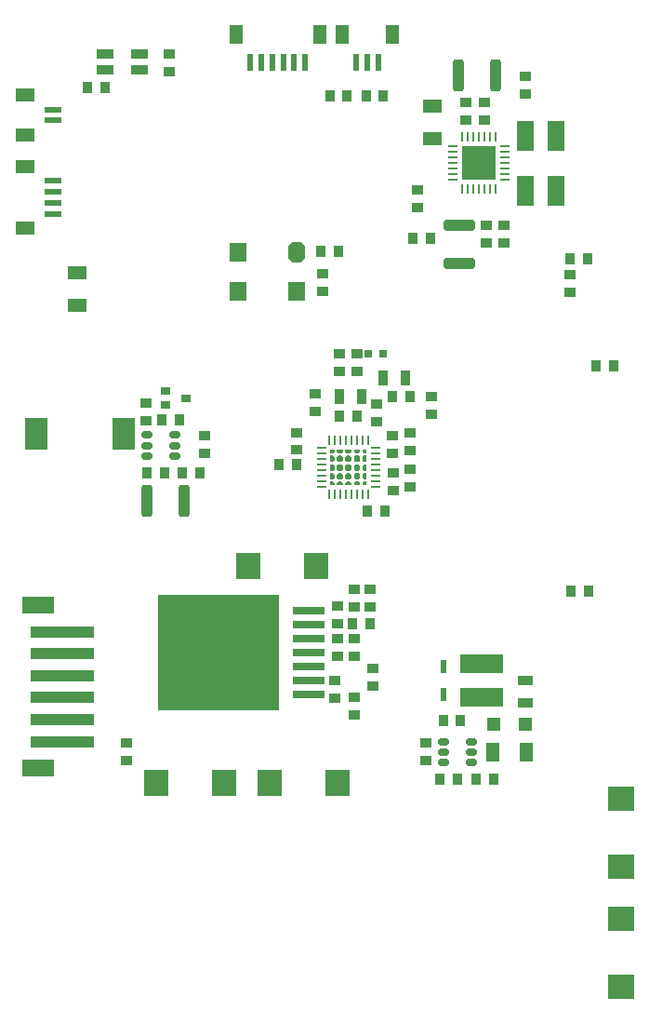
<source format=gbr>
%TF.GenerationSoftware,Altium Limited,Altium Designer,20.1.12 (249)*%
G04 Layer_Color=8421504*
%FSLAX45Y45*%
%MOMM*%
%TF.SameCoordinates,0418086A-757F-42B6-A3B9-695331E80F4B*%
%TF.FilePolarity,Positive*%
%TF.FileFunction,Paste,Top*%
%TF.Part,Single*%
G01*
G75*
%TA.AperFunction,ConnectorPad*%
%ADD10R,0.60000X1.55000*%
%ADD11R,1.20000X1.80000*%
%TA.AperFunction,SMDPad,CuDef*%
%ADD12R,1.00000X0.95000*%
%ADD13R,0.95000X1.00000*%
%ADD14R,1.55000X0.60000*%
%ADD15R,1.80000X1.20000*%
%ADD16R,1.80000X1.15000*%
%ADD17R,2.30000X2.45000*%
%ADD18R,4.00000X1.80000*%
%ADD19R,1.15000X1.80000*%
G04:AMPARAMS|DCode=20|XSize=1mm|YSize=0.6mm|CornerRadius=0.15mm|HoleSize=0mm|Usage=FLASHONLY|Rotation=0.000|XOffset=0mm|YOffset=0mm|HoleType=Round|Shape=RoundedRectangle|*
%AMROUNDEDRECTD20*
21,1,1.00000,0.30000,0,0,0.0*
21,1,0.70000,0.60000,0,0,0.0*
1,1,0.30000,0.35000,-0.15000*
1,1,0.30000,-0.35000,-0.15000*
1,1,0.30000,-0.35000,0.15000*
1,1,0.30000,0.35000,0.15000*
%
%ADD20ROUNDEDRECTD20*%
%ADD21R,1.40000X0.95000*%
%ADD22R,2.45000X2.30000*%
%ADD23R,1.60000X2.70000*%
%ADD24R,0.81280X0.25400*%
%ADD25R,0.25400X0.81280*%
%ADD26R,0.95000X1.40000*%
%ADD27R,0.65000X0.70000*%
%TA.AperFunction,ConnectorPad*%
%ADD28R,3.00000X1.60000*%
%ADD29R,5.80000X1.00000*%
%TA.AperFunction,SMDPad,CuDef*%
G04:AMPARAMS|DCode=30|XSize=1mm|YSize=2.9mm|CornerRadius=0.25mm|HoleSize=0mm|Usage=FLASHONLY|Rotation=180.000|XOffset=0mm|YOffset=0mm|HoleType=Round|Shape=RoundedRectangle|*
%AMROUNDEDRECTD30*
21,1,1.00000,2.40000,0,0,180.0*
21,1,0.50000,2.90000,0,0,180.0*
1,1,0.50000,-0.25000,1.20000*
1,1,0.50000,0.25000,1.20000*
1,1,0.50000,0.25000,-1.20000*
1,1,0.50000,-0.25000,-1.20000*
%
%ADD30ROUNDEDRECTD30*%
%ADD31R,0.90000X0.70000*%
%ADD32R,2.00000X3.00000*%
%ADD33R,0.25000X0.95000*%
%ADD34R,1.60000X1.80000*%
%ADD35R,0.60000X1.30000*%
G04:AMPARAMS|DCode=36|XSize=1.6mm|YSize=1.8mm|CornerRadius=0mm|HoleSize=0mm|Usage=FLASHONLY|Rotation=180.000|XOffset=0mm|YOffset=0mm|HoleType=Round|Shape=Octagon|*
%AMOCTAGOND36*
4,1,8,0.40000,-0.90000,-0.40000,-0.90000,-0.80000,-0.50000,-0.80000,0.50000,-0.40000,0.90000,0.40000,0.90000,0.80000,0.50000,0.80000,-0.50000,0.40000,-0.90000,0.0*
%
%ADD36OCTAGOND36*%

%ADD38R,0.95000X0.25000*%
%ADD39R,3.15000X3.15000*%
G04:AMPARAMS|DCode=40|XSize=1mm|YSize=2.9mm|CornerRadius=0.25mm|HoleSize=0mm|Usage=FLASHONLY|Rotation=90.000|XOffset=0mm|YOffset=0mm|HoleType=Round|Shape=RoundedRectangle|*
%AMROUNDEDRECTD40*
21,1,1.00000,2.40000,0,0,90.0*
21,1,0.50000,2.90000,0,0,90.0*
1,1,0.50000,1.20000,0.25000*
1,1,0.50000,1.20000,-0.25000*
1,1,0.50000,-1.20000,-0.25000*
1,1,0.50000,-1.20000,0.25000*
%
%ADD40ROUNDEDRECTD40*%
%ADD41R,1.20000X1.20000*%
%ADD42R,11.12520X10.51560*%
%ADD43R,2.97180X0.78740*%
%ADD44R,1.50000X0.90000*%
%TA.AperFunction,SMDPad,SMDef*%
%ADD93R,0.02540X0.02540*%
G36*
X3382797Y6067810D02*
X3362362D01*
X3348220Y6081952D01*
Y6102387D01*
X3382797D01*
Y6067810D01*
D02*
G37*
G36*
X3328220Y6081952D02*
X3314078Y6067810D01*
X3283622D01*
X3269480Y6081952D01*
Y6102387D01*
X3328220D01*
Y6081952D01*
D02*
G37*
G36*
X3249480D02*
X3235338Y6067810D01*
X3204882D01*
X3190740Y6081952D01*
Y6102387D01*
X3249480D01*
Y6081952D01*
D02*
G37*
G36*
X3170740D02*
X3156598Y6067810D01*
X3126142D01*
X3112000Y6081952D01*
Y6102387D01*
X3170740D01*
Y6081952D01*
D02*
G37*
G36*
X3092000D02*
X3077858Y6067810D01*
X3057423D01*
Y6102387D01*
X3092000D01*
Y6081952D01*
D02*
G37*
G36*
X3382797Y5989070D02*
X3362362D01*
X3348220Y6003212D01*
Y6033668D01*
X3362362Y6047810D01*
X3382797D01*
Y5989070D01*
D02*
G37*
G36*
X3328220Y6033668D02*
Y6003212D01*
X3314078Y5989070D01*
X3283622D01*
X3269480Y6003212D01*
Y6033668D01*
X3283622Y6047810D01*
X3314078D01*
X3328220Y6033668D01*
D02*
G37*
G36*
X3249480D02*
Y6003212D01*
X3235338Y5989070D01*
X3204882D01*
X3190740Y6003212D01*
Y6033668D01*
X3204882Y6047810D01*
X3235338D01*
X3249480Y6033668D01*
D02*
G37*
G36*
X3170740D02*
Y6003212D01*
X3156598Y5989070D01*
X3126142D01*
X3112000Y6003212D01*
Y6033668D01*
X3126142Y6047810D01*
X3156598D01*
X3170740Y6033668D01*
D02*
G37*
G36*
X3092000D02*
Y6003212D01*
X3077858Y5989070D01*
X3057423D01*
Y6047810D01*
X3077858D01*
X3092000Y6033668D01*
D02*
G37*
G36*
X3382797Y5910330D02*
X3362362D01*
X3348220Y5924472D01*
Y5954928D01*
X3362362Y5969070D01*
X3382797D01*
Y5910330D01*
D02*
G37*
G36*
X3328220Y5954928D02*
Y5924472D01*
X3314078Y5910330D01*
X3283622D01*
X3269480Y5924472D01*
Y5954928D01*
X3283622Y5969070D01*
X3314078D01*
X3328220Y5954928D01*
D02*
G37*
G36*
X3249480D02*
Y5924472D01*
X3235338Y5910330D01*
X3204882D01*
X3190740Y5924472D01*
Y5954928D01*
X3204882Y5969070D01*
X3235338D01*
X3249480Y5954928D01*
D02*
G37*
G36*
X3170740D02*
Y5924472D01*
X3156598Y5910330D01*
X3126142D01*
X3112000Y5924472D01*
Y5954928D01*
X3126142Y5969070D01*
X3156598D01*
X3170740Y5954928D01*
D02*
G37*
G36*
X3092000D02*
Y5924472D01*
X3077858Y5910330D01*
X3057423D01*
Y5969070D01*
X3077858D01*
X3092000Y5954928D01*
D02*
G37*
G36*
X3382797Y5831590D02*
X3362362D01*
X3348220Y5845732D01*
Y5876188D01*
X3362362Y5890330D01*
X3382797D01*
Y5831590D01*
D02*
G37*
G36*
X3328220Y5876188D02*
Y5845732D01*
X3314078Y5831590D01*
X3283622D01*
X3269480Y5845732D01*
Y5876188D01*
X3283622Y5890330D01*
X3314078D01*
X3328220Y5876188D01*
D02*
G37*
G36*
X3249480D02*
Y5845732D01*
X3235338Y5831590D01*
X3204882D01*
X3190740Y5845732D01*
Y5876188D01*
X3204882Y5890330D01*
X3235338D01*
X3249480Y5876188D01*
D02*
G37*
G36*
X3170740D02*
Y5845732D01*
X3156598Y5831590D01*
X3126142D01*
X3112000Y5845732D01*
Y5876188D01*
X3126142Y5890330D01*
X3156598D01*
X3170740Y5876188D01*
D02*
G37*
G36*
X3092000D02*
Y5845732D01*
X3077858Y5831590D01*
X3057423D01*
Y5890330D01*
X3077858D01*
X3092000Y5876188D01*
D02*
G37*
G36*
X3382797Y5777013D02*
X3348220D01*
Y5797448D01*
X3362362Y5811590D01*
X3382797D01*
Y5777013D01*
D02*
G37*
G36*
X3328220Y5797448D02*
Y5777013D01*
X3269480D01*
Y5797448D01*
X3283622Y5811590D01*
X3314078D01*
X3328220Y5797448D01*
D02*
G37*
G36*
X3249480D02*
Y5777013D01*
X3190740D01*
Y5797448D01*
X3204882Y5811590D01*
X3235338D01*
X3249480Y5797448D01*
D02*
G37*
G36*
X3170740D02*
Y5777013D01*
X3112000D01*
Y5797448D01*
X3126142Y5811590D01*
X3156598D01*
X3170740Y5797448D01*
D02*
G37*
G36*
X3092000D02*
Y5777013D01*
X3057423D01*
Y5811590D01*
X3077858D01*
X3092000Y5797448D01*
D02*
G37*
D10*
X3292099Y9625000D02*
D03*
X3492099D02*
D03*
X3392099D02*
D03*
X2827503D02*
D03*
X2727503D02*
D03*
X2627498D02*
D03*
X2527498D02*
D03*
X2427498D02*
D03*
X2327499D02*
D03*
D11*
X3622101Y9877501D02*
D03*
X3162102D02*
D03*
X2957500D02*
D03*
X2197501D02*
D03*
D12*
X1587500Y9700001D02*
D03*
Y9540001D02*
D03*
X3972499Y6580002D02*
D03*
Y6420002D02*
D03*
X2982498Y7697500D02*
D03*
Y7537501D02*
D03*
X3442828Y3952900D02*
D03*
Y4112900D02*
D03*
X3097530Y4003299D02*
D03*
Y3843299D02*
D03*
X3270331Y3685398D02*
D03*
Y3845403D02*
D03*
X3922502Y3270001D02*
D03*
Y3430001D02*
D03*
X4827504Y9337502D02*
D03*
Y9497502D02*
D03*
X5240000Y7529998D02*
D03*
Y7689997D02*
D03*
X3625108Y5732201D02*
D03*
X3620110Y6227201D02*
D03*
X3480110Y6352200D02*
D03*
X3782609Y5759699D02*
D03*
X3785108Y6249700D02*
D03*
X1912498Y6225002D02*
D03*
Y6065002D02*
D03*
X1374999Y6525001D02*
D03*
Y6365001D02*
D03*
X1202497Y3275005D02*
D03*
Y3435005D02*
D03*
X3850000Y8459998D02*
D03*
X3295112Y6972198D02*
D03*
X3135112D02*
D03*
X2747503Y6097499D02*
D03*
Y6257503D02*
D03*
X2919999Y6452499D02*
D03*
Y6612499D02*
D03*
X3625108Y5892201D02*
D03*
X3782609Y5919699D02*
D03*
X3785108Y6089701D02*
D03*
X3620110Y6067201D02*
D03*
X3480110Y6512199D02*
D03*
X3295112Y6812199D02*
D03*
X3135112D02*
D03*
X4480001Y7979999D02*
D03*
Y8139999D02*
D03*
X4635002Y7979999D02*
D03*
Y8139999D02*
D03*
X4287500Y9257502D02*
D03*
Y9097498D02*
D03*
X3850000Y8299999D02*
D03*
X4457502Y9257502D02*
D03*
Y9097498D02*
D03*
X3415030Y4668799D02*
D03*
Y4828799D02*
D03*
X3275330Y4668799D02*
D03*
Y4828799D02*
D03*
X3122930Y4676399D02*
D03*
Y4516399D02*
D03*
Y4224299D02*
D03*
Y4384299D02*
D03*
X3275330Y4224299D02*
D03*
Y4384299D02*
D03*
D13*
X1005002Y9392498D02*
D03*
X845002D02*
D03*
X3777498Y6580002D02*
D03*
X3617498D02*
D03*
X3965001Y8020004D02*
D03*
X3805001D02*
D03*
X3418830Y4520199D02*
D03*
X3258830D02*
D03*
X4242501Y3634999D02*
D03*
X4082501D02*
D03*
X4212499Y3099999D02*
D03*
X4052499D02*
D03*
X4542500D02*
D03*
X4382501D02*
D03*
X5477500Y6865000D02*
D03*
X5637500D02*
D03*
X3379998Y9319997D02*
D03*
X3210001D02*
D03*
X3550112Y5542199D02*
D03*
X5245313Y4817400D02*
D03*
X1520002Y6370000D02*
D03*
X1680002D02*
D03*
X1382502Y5887898D02*
D03*
X1542501D02*
D03*
X1865000D02*
D03*
X1705000D02*
D03*
X3050002Y9319997D02*
D03*
X3539998D02*
D03*
X3132496Y7902504D02*
D03*
X2747503Y5962498D02*
D03*
X2587498D02*
D03*
X5240000Y7840000D02*
D03*
X5399999D02*
D03*
X5405313Y4817400D02*
D03*
X3297611Y6409700D02*
D03*
X3137611D02*
D03*
X3390108Y5542199D02*
D03*
X2972496Y7902504D02*
D03*
D14*
X531251Y9194998D02*
D03*
Y9094998D02*
D03*
Y8545002D02*
D03*
Y8245003D02*
D03*
Y8445002D02*
D03*
Y8345002D02*
D03*
D15*
X278750Y8965001D02*
D03*
Y9325000D02*
D03*
Y8674999D02*
D03*
Y8115000D02*
D03*
D16*
X752500Y7412502D02*
D03*
Y7712502D02*
D03*
X3987500Y8927501D02*
D03*
Y9227500D02*
D03*
D17*
X2092498Y3070001D02*
D03*
X1472499D02*
D03*
X2924932Y5040899D02*
D03*
X2304928D02*
D03*
X3119999Y3070001D02*
D03*
X2500000D02*
D03*
D18*
X4437502Y3845001D02*
D03*
Y4154998D02*
D03*
D19*
X4837501Y3350001D02*
D03*
X4537502D02*
D03*
D20*
X4342501Y3255000D02*
D03*
Y3350001D02*
D03*
Y3445002D02*
D03*
X4082501Y3255000D02*
D03*
Y3350001D02*
D03*
Y3445002D02*
D03*
X1642501Y6042899D02*
D03*
Y6137900D02*
D03*
Y6232901D02*
D03*
X1382502Y6042899D02*
D03*
Y6137900D02*
D03*
Y6232901D02*
D03*
D21*
X4827499Y3800003D02*
D03*
Y4000002D02*
D03*
D22*
X5699999Y2926202D02*
D03*
Y2306198D02*
D03*
Y1834002D02*
D03*
Y1213998D02*
D03*
D23*
X4829998Y8957498D02*
D03*
X5110002D02*
D03*
X4829998Y8457499D02*
D03*
X5110002D02*
D03*
D24*
X3465220Y5863499D02*
D03*
X2975000Y5965099D02*
D03*
X3465220Y6066699D02*
D03*
Y6015899D02*
D03*
X2975000Y6117499D02*
D03*
Y6066699D02*
D03*
Y6015899D02*
D03*
Y5914299D02*
D03*
Y5863499D02*
D03*
Y5812699D02*
D03*
Y5761899D02*
D03*
X3465220D02*
D03*
Y5812699D02*
D03*
Y5914299D02*
D03*
Y5965099D02*
D03*
Y6117499D02*
D03*
D25*
X3397910Y6184809D02*
D03*
X3347110D02*
D03*
X3296310D02*
D03*
X3245510D02*
D03*
X3194710D02*
D03*
X3143910D02*
D03*
X3093110D02*
D03*
X3042310D02*
D03*
Y5694589D02*
D03*
X3093110D02*
D03*
X3143910D02*
D03*
X3194710D02*
D03*
X3245510D02*
D03*
X3296310D02*
D03*
X3347110D02*
D03*
X3397910D02*
D03*
D26*
X3537610Y6752199D02*
D03*
X3137611Y6582202D02*
D03*
X3337611D02*
D03*
X3737610Y6752199D02*
D03*
D27*
X3535111Y6969699D02*
D03*
X3400110D02*
D03*
D28*
X397500Y4685000D02*
D03*
Y3205002D02*
D03*
D29*
X617499Y4445000D02*
D03*
Y4245000D02*
D03*
Y4045001D02*
D03*
Y3845001D02*
D03*
Y3445002D02*
D03*
Y3645002D02*
D03*
D30*
X1387500Y5637901D02*
D03*
X1727500D02*
D03*
X4562500Y9505000D02*
D03*
X4222501D02*
D03*
D31*
X1745000Y6570000D02*
D03*
X1554998Y6505001D02*
D03*
Y6634998D02*
D03*
D32*
X375001Y6245001D02*
D03*
X1174999D02*
D03*
D33*
X4260002Y8472500D02*
D03*
X4460001D02*
D03*
X4509999Y8942502D02*
D03*
X4260002D02*
D03*
X4309999Y8472500D02*
D03*
X4460001Y8942502D02*
D03*
X4409999Y8472500D02*
D03*
X4560001Y8942502D02*
D03*
Y8472500D02*
D03*
X4409999Y8942502D02*
D03*
X4360001D02*
D03*
X4309999D02*
D03*
X4360001Y8472500D02*
D03*
X4509999D02*
D03*
D34*
X2752496Y7540000D02*
D03*
X2212497Y7899999D02*
D03*
Y7540000D02*
D03*
D35*
X4082501Y4125001D02*
D03*
Y3874999D02*
D03*
D36*
X2752496Y7899999D02*
D03*
D38*
X4174998Y8707501D02*
D03*
Y8657499D02*
D03*
Y8807501D02*
D03*
Y8757498D02*
D03*
Y8557499D02*
D03*
X4645000Y8657499D02*
D03*
Y8757498D02*
D03*
X4174998Y8857498D02*
D03*
Y8607501D02*
D03*
X4645000Y8557499D02*
D03*
Y8607501D02*
D03*
Y8707501D02*
D03*
Y8807501D02*
D03*
Y8857498D02*
D03*
D39*
X4409999Y8707501D02*
D03*
D40*
X4232499Y8137500D02*
D03*
Y7797500D02*
D03*
D41*
X4827499Y3599998D02*
D03*
X4547499D02*
D03*
D42*
X2038350Y4253499D02*
D03*
D43*
X2857500Y4634499D02*
D03*
Y4507499D02*
D03*
Y4380499D02*
D03*
Y4253499D02*
D03*
Y4126499D02*
D03*
Y3999499D02*
D03*
Y3872499D02*
D03*
D44*
X1007501Y9555002D02*
D03*
Y9700001D02*
D03*
X1317498Y9554997D02*
D03*
Y9700001D02*
D03*
D93*
X3220110Y5939699D02*
D03*
%TF.MD5,27dae4bb9aaad26bd625dda32afc475c*%
M02*

</source>
